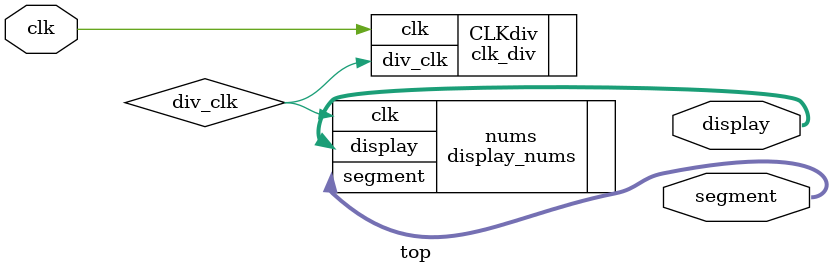
<source format=v>
module top(
	input clk,
	output [7:0] display,
	output [7:0] segment
);
	
wire div_clk;
	
clk_div CLKdiv(
	.clk(clk),
	.div_clk(div_clk)
);
	
display_nums nums(
	.clk(div_clk),
	.display(display),
	.segment(segment)
);
	
	
endmodule
</source>
